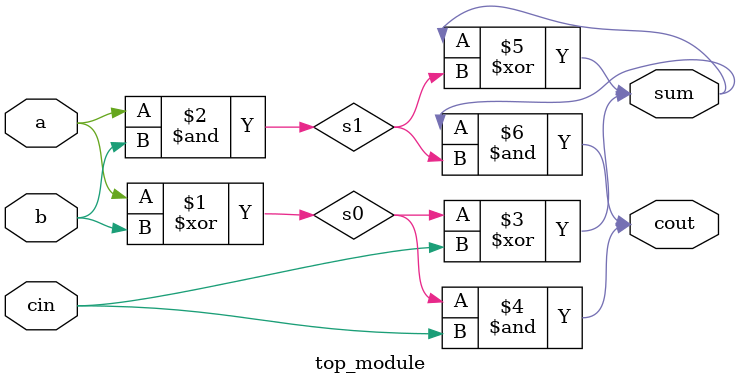
<source format=sv>
module top_module (
	input a,
	input b,
	input cin,
	output cout,
	output sum
);

// internal signals
wire s0, s1, s2;

// first half adder
xor x1(s0, a, b);
and a1(s1, a, b);

// second half adder
xor x2(sum, s0, cin);
and a2(cout, s0, cin);

// third half adder
xor x3(sum, sum, s1);
and a3(cout, sum, s1);

endmodule

</source>
